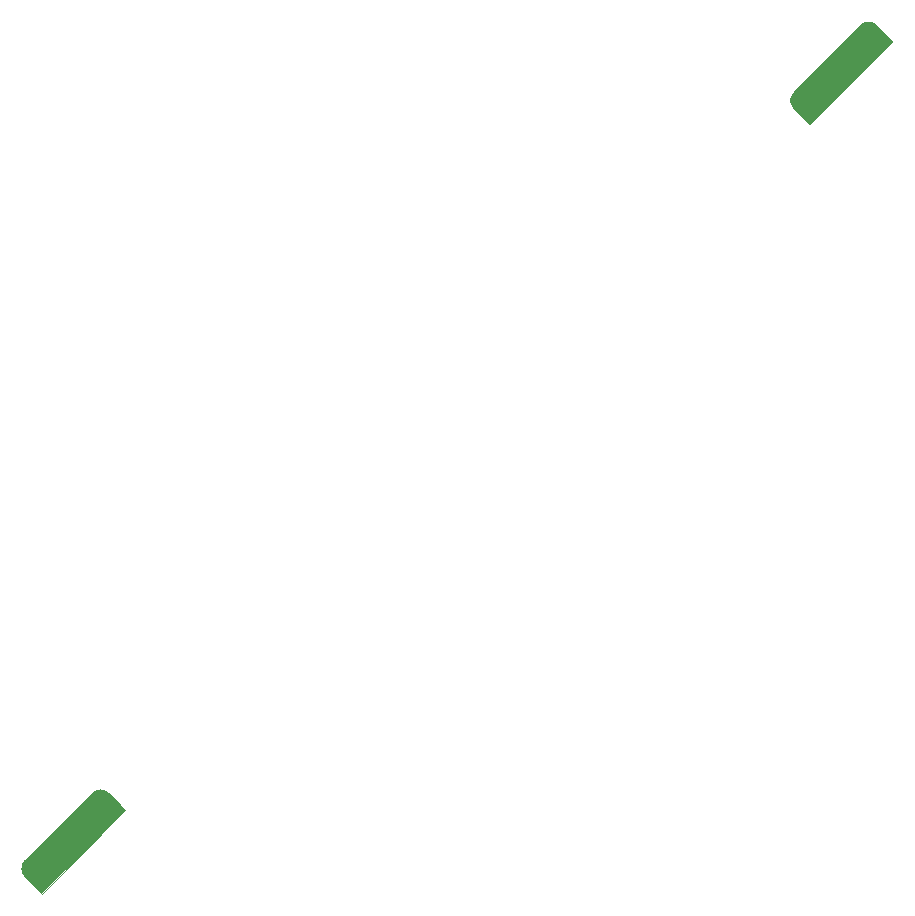
<source format=gts>
G04*
G04 #@! TF.GenerationSoftware,Altium Limited,Altium Designer,25.5.2 (35)*
G04*
G04 Layer_Color=8388736*
%FSLAX44Y44*%
%MOMM*%
G71*
G04*
G04 #@! TF.SameCoordinates,C5252B2F-79BF-4130-8680-8E5645FEB656*
G04*
G04*
G04 #@! TF.FilePolarity,Negative*
G04*
G01*
G75*
%ADD10C,0.1000*%
%ADD11C,0.0010*%
G36*
X21213Y346455D02*
X7071Y360597D01*
X6375Y361294D01*
X5280Y362932D01*
X4526Y364752D01*
X4142Y366684D01*
X4142Y368653D01*
X4526Y370585D01*
X5280Y372405D01*
X6375Y374043D01*
X7071Y374740D01*
Y374740D01*
X63640Y431308D01*
X64336Y432005D01*
X65974Y433099D01*
X67794Y433853D01*
X69726Y434237D01*
X71696Y434237D01*
X73628Y433853D01*
X75447Y433099D01*
X77085Y432005D01*
X77782Y431308D01*
X77782Y431308D01*
X91924Y417166D01*
X21213Y346455D01*
D02*
G37*
G36*
X671751Y996994D02*
X657609Y1011136D01*
X656913Y1011832D01*
X655818Y1013470D01*
X655065Y1015290D01*
X654680Y1017222D01*
X654680Y1019192D01*
X655065Y1021124D01*
X655818Y1022943D01*
X656913Y1024581D01*
X657609Y1025278D01*
X657609Y1025278D01*
X714178Y1081846D01*
X714874Y1082543D01*
X716512Y1083637D01*
X718332Y1084391D01*
X720264Y1084775D01*
X722234D01*
X724166Y1084391D01*
X725986Y1083637D01*
X727624Y1082543D01*
X728320Y1081846D01*
X728320Y1081846D01*
X742462Y1067704D01*
X671751Y996994D01*
D02*
G37*
D10*
X7071Y374740D02*
G03*
X7071Y360597I7071J-7071D01*
G01*
X77782Y431308D02*
G03*
X63640Y431308I-7071J-7071D01*
G01*
X7071Y360597D02*
X21213Y346455D01*
X7071Y374740D02*
X63640Y431308D01*
X77782Y431308D02*
X91924Y417166D01*
X21213Y346455D02*
X91924Y417166D01*
D11*
X21213Y346455D02*
X21213D01*
M02*

</source>
